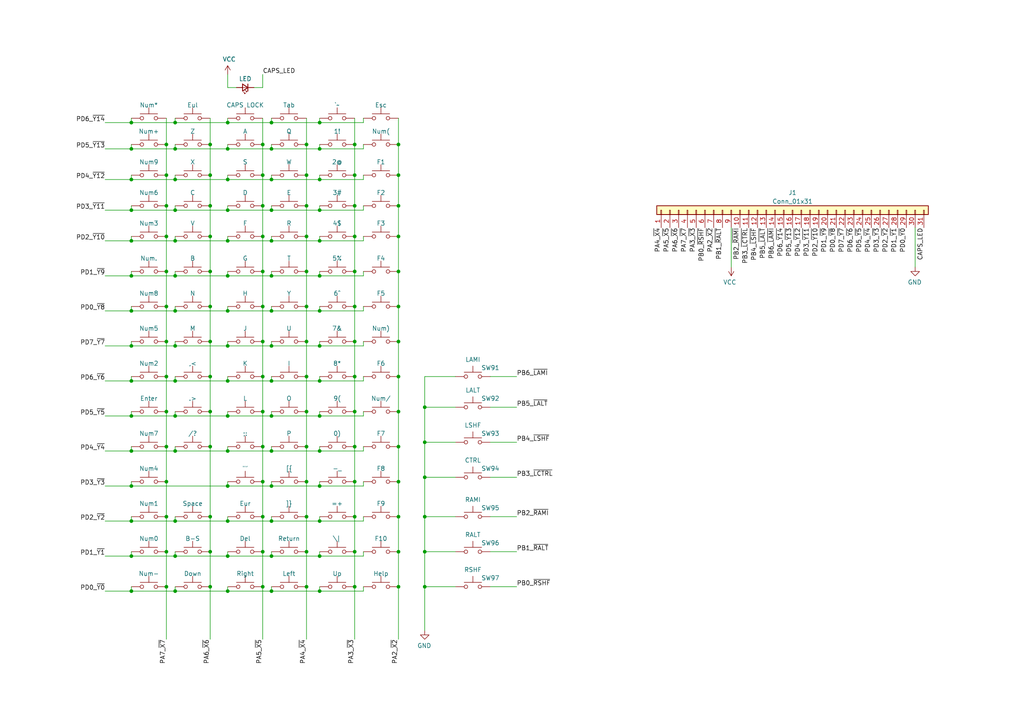
<source format=kicad_sch>
(kicad_sch (version 20230121) (generator eeschema)
  (paper "A4")
  (lib_symbols
    (symbol "Connector_Generic:Conn_01x31" (pin_names (offset 1.016) hide)
      (property "Reference" "J" (at 0 40.64 0))
      (property "Value" "Conn_01x31" (at 0 -40.64 0))
      (symbol "Conn_01x31_1_1"
        (pin passive line (at -5.08 38.1 0) (length 3.81) (name "Pin_1") (number "1"))
        (pin passive line (at -5.08 15.24 0) (length 3.81) (name "Pin_10") (number "10"))
        (pin passive line (at -5.08 12.7 0) (length 3.81) (name "Pin_11") (number "11"))
        (pin passive line (at -5.08 10.16 0) (length 3.81) (name "Pin_12") (number "12"))
        (pin passive line (at -5.08 7.62 0) (length 3.81) (name "Pin_13") (number "13"))
        (pin passive line (at -5.08 5.08 0) (length 3.81) (name "Pin_14") (number "14"))
        (pin passive line (at -5.08 2.54 0) (length 3.81) (name "Pin_15") (number "15"))
        (pin passive line (at -5.08 0 0) (length 3.81) (name "Pin_16") (number "16"))
        (pin passive line (at -5.08 -2.54 0) (length 3.81) (name "Pin_17") (number "17"))
        (pin passive line (at -5.08 -5.08 0) (length 3.81) (name "Pin_18") (number "18"))
        (pin passive line (at -5.08 -7.62 0) (length 3.81) (name "Pin_19") (number "19"))
        (pin passive line (at -5.08 35.56 0) (length 3.81) (name "Pin_2") (number "2"))
        (pin passive line (at -5.08 -10.16 0) (length 3.81) (name "Pin_20") (number "20"))
        (pin passive line (at -5.08 -12.7 0) (length 3.81) (name "Pin_21") (number "21"))
        (pin passive line (at -5.08 -15.24 0) (length 3.81) (name "Pin_22") (number "22"))
        (pin passive line (at -5.08 -17.78 0) (length 3.81) (name "Pin_23") (number "23"))
        (pin passive line (at -5.08 -20.32 0) (length 3.81) (name "Pin_24") (number "24"))
        (pin passive line (at -5.08 -22.86 0) (length 3.81) (name "Pin_25") (number "25"))
        (pin passive line (at -5.08 -25.4 0) (length 3.81) (name "Pin_26") (number "26"))
        (pin passive line (at -5.08 -27.94 0) (length 3.81) (name "Pin_27") (number "27"))
        (pin passive line (at -5.08 -30.48 0) (length 3.81) (name "Pin_28") (number "28"))
        (pin passive line (at -5.08 -33.02 0) (length 3.81) (name "Pin_29") (number "29"))
        (pin passive line (at -5.08 33.02 0) (length 3.81) (name "Pin_3") (number "3"))
        (pin passive line (at -5.08 -35.56 0) (length 3.81) (name "Pin_30") (number "30"))
        (pin passive line (at -5.08 -38.1 0) (length 3.81) (name "Pin_31") (number "31"))
        (pin passive line (at -5.08 30.48 0) (length 3.81) (name "Pin_4") (number "4"))
        (pin passive line (at -5.08 27.94 0) (length 3.81) (name "Pin_5") (number "5"))
        (pin passive line (at -5.08 25.4 0) (length 3.81) (name "Pin_6") (number "6"))
        (pin passive line (at -5.08 22.86 0) (length 3.81) (name "Pin_7") (number "7"))
        (pin passive line (at -5.08 20.32 0) (length 3.81) (name "Pin_8") (number "8"))
        (pin passive line (at -5.08 17.78 0) (length 3.81) (name "Pin_9") (number "9"))
      )
    )
    (symbol "Device:LED_Small" (pin_numbers hide) (pin_names (offset 0.254) hide)
      (property "Reference" "D" (at -1.27 3.175 0))
      (property "Value" "LED_Small" (at -4.445 -2.54 0))
      (symbol "LED_Small_1_1"
        (pin passive line (at -2.54 0 0) (length 1.778) (name "K") (number "1"))
        (pin passive line (at 2.54 0 180) (length 1.778) (name "A") (number "2"))
      )
    )
    (symbol "Switch:SW_Push" (pin_numbers hide) (pin_names (offset 1.016) hide)
      (property "Reference" "SW" (at 1.27 2.54 0))
      (property "Value" "SW_Push" (at 0 -1.524 0))
      (symbol "SW_Push_0_1"
        (pin passive line (at -5.08 0 0) (length 2.54) (name "1") (number "1"))
        (pin passive line (at 5.08 0 180) (length 2.54) (name "2") (number "2"))
      )
    )
    (symbol "power:GND" (power) (pin_names (offset 0))
      (property "Value" "GND" (at 0 -3.81 0))
      (symbol "GND_1_1"
        (pin power_in line (at 0 0 270) (length 0) hide (name "GND") (number "1"))
      )
    )
    (symbol "power:VCC" (power) (pin_names (offset 0))
      (property "Value" "VCC" (at 0 3.81 0))
      (symbol "VCC_1_1"
        (pin power_in line (at 0 0 90) (length 0) hide (name "VCC") (number "1"))
      )
    )
  )
  (junction (at 66.04 52.07))
  (junction (at 38.1 52.07))
  (junction (at 92.71 161.29))
  (junction (at 50.8 60.96))
  (junction (at 92.71 52.07))
  (junction (at 92.71 35.56))
  (junction (at 60.96 41.91))
  (junction (at 92.71 43.18))
  (junction (at 48.26 119.38))
  (junction (at 38.1 151.13))
  (junction (at 92.71 130.81))
  (junction (at 66.04 140.97))
  (junction (at 92.71 110.49))
  (junction (at 123.19 160.02))
  (junction (at 92.71 90.17))
  (junction (at 76.2 99.06))
  (junction (at 66.04 100.33))
  (junction (at 88.9 170.18))
  (junction (at 48.26 99.06))
  (junction (at 76.2 59.69))
  (junction (at 115.57 88.9))
  (junction (at 92.71 140.97))
  (junction (at 60.96 59.69))
  (junction (at 92.71 151.13))
  (junction (at 60.96 119.38))
  (junction (at 88.9 41.91))
  (junction (at 78.74 161.29))
  (junction (at 50.8 110.49))
  (junction (at 66.04 161.29))
  (junction (at 102.87 88.9))
  (junction (at 66.04 110.49))
  (junction (at 88.9 68.58))
  (junction (at 60.96 160.02))
  (junction (at 66.04 80.01))
  (junction (at 60.96 129.54))
  (junction (at 78.74 110.49))
  (junction (at 66.04 35.56))
  (junction (at 88.9 119.38))
  (junction (at 92.71 80.01))
  (junction (at 123.19 128.27))
  (junction (at 102.87 78.74))
  (junction (at 78.74 171.45))
  (junction (at 60.96 50.8))
  (junction (at 102.87 139.7))
  (junction (at 48.26 170.18))
  (junction (at 50.8 35.56))
  (junction (at 92.71 171.45))
  (junction (at 50.8 52.07))
  (junction (at 66.04 69.85))
  (junction (at 92.71 120.65))
  (junction (at 115.57 149.86))
  (junction (at 88.9 109.22))
  (junction (at 50.8 120.65))
  (junction (at 66.04 151.13))
  (junction (at 115.57 109.22))
  (junction (at 78.74 90.17))
  (junction (at 48.26 160.02))
  (junction (at 76.2 119.38))
  (junction (at 102.87 170.18))
  (junction (at 76.2 129.54))
  (junction (at 88.9 78.74))
  (junction (at 38.1 120.65))
  (junction (at 60.96 99.06))
  (junction (at 78.74 130.81))
  (junction (at 38.1 90.17))
  (junction (at 115.57 41.91))
  (junction (at 78.74 43.18))
  (junction (at 102.87 109.22))
  (junction (at 92.71 60.96))
  (junction (at 92.71 100.33))
  (junction (at 88.9 160.02))
  (junction (at 78.74 52.07))
  (junction (at 88.9 129.54))
  (junction (at 66.04 171.45))
  (junction (at 48.26 139.7))
  (junction (at 50.8 90.17))
  (junction (at 123.19 138.43))
  (junction (at 123.19 170.18))
  (junction (at 88.9 99.06))
  (junction (at 78.74 60.96))
  (junction (at 38.1 171.45))
  (junction (at 50.8 100.33))
  (junction (at 102.87 129.54))
  (junction (at 102.87 41.91))
  (junction (at 102.87 119.38))
  (junction (at 78.74 69.85))
  (junction (at 66.04 120.65))
  (junction (at 38.1 140.97))
  (junction (at 76.2 160.02))
  (junction (at 60.96 170.18))
  (junction (at 48.26 50.8))
  (junction (at 76.2 50.8))
  (junction (at 38.1 100.33))
  (junction (at 76.2 149.86))
  (junction (at 48.26 149.86))
  (junction (at 48.26 109.22))
  (junction (at 38.1 80.01))
  (junction (at 76.2 139.7))
  (junction (at 78.74 120.65))
  (junction (at 50.8 69.85))
  (junction (at 115.57 50.8))
  (junction (at 60.96 68.58))
  (junction (at 66.04 43.18))
  (junction (at 48.26 59.69))
  (junction (at 50.8 151.13))
  (junction (at 92.71 69.85))
  (junction (at 38.1 35.56))
  (junction (at 102.87 50.8))
  (junction (at 48.26 41.91))
  (junction (at 78.74 35.56))
  (junction (at 66.04 130.81))
  (junction (at 60.96 78.74))
  (junction (at 50.8 80.01))
  (junction (at 78.74 140.97))
  (junction (at 76.2 109.22))
  (junction (at 115.57 170.18))
  (junction (at 48.26 88.9))
  (junction (at 88.9 139.7))
  (junction (at 48.26 78.74))
  (junction (at 115.57 78.74))
  (junction (at 66.04 60.96))
  (junction (at 115.57 139.7))
  (junction (at 78.74 151.13))
  (junction (at 102.87 59.69))
  (junction (at 38.1 161.29))
  (junction (at 115.57 68.58))
  (junction (at 88.9 149.86))
  (junction (at 50.8 130.81))
  (junction (at 115.57 59.69))
  (junction (at 102.87 149.86))
  (junction (at 60.96 149.86))
  (junction (at 76.2 41.91))
  (junction (at 102.87 68.58))
  (junction (at 50.8 171.45))
  (junction (at 66.04 90.17))
  (junction (at 38.1 60.96))
  (junction (at 78.74 100.33))
  (junction (at 38.1 69.85))
  (junction (at 102.87 99.06))
  (junction (at 115.57 160.02))
  (junction (at 50.8 161.29))
  (junction (at 88.9 50.8))
  (junction (at 88.9 59.69))
  (junction (at 102.87 160.02))
  (junction (at 76.2 170.18))
  (junction (at 115.57 129.54))
  (junction (at 38.1 43.18))
  (junction (at 115.57 99.06))
  (junction (at 78.74 80.01))
  (junction (at 48.26 129.54))
  (junction (at 115.57 119.38))
  (junction (at 76.2 78.74))
  (junction (at 38.1 130.81))
  (junction (at 76.2 88.9))
  (junction (at 123.19 149.86))
  (junction (at 123.19 118.11))
  (junction (at 50.8 43.18))
  (junction (at 60.96 109.22))
  (junction (at 48.26 68.58))
  (junction (at 60.96 88.9))
  (junction (at 76.2 68.58))
  (junction (at 38.1 110.49))
  (junction (at 88.9 88.9))
  (wire (pts (xy 66.04 170.18) (xy 66.04 171.45)))
  (wire (pts (xy 38.1 90.17) (xy 38.1 88.9)))
  (wire (pts (xy 92.71 50.8) (xy 92.71 52.07)))
  (wire (pts (xy 50.8 68.58) (xy 50.8 69.85)))
  (wire (pts (xy 66.04 100.33) (xy 78.74 100.33)))
  (wire (pts (xy 66.04 130.81) (xy 78.74 130.81)))
  (wire (pts (xy 88.9 99.06) (xy 88.9 109.22)))
  (wire (pts (xy 149.86 149.86) (xy 142.24 149.86)))
  (wire (pts (xy 102.87 119.38) (xy 102.87 129.54)))
  (wire (pts (xy 66.04 52.07) (xy 78.74 52.07)))
  (wire (pts (xy 38.1 43.18) (xy 50.8 43.18)))
  (wire (pts (xy 30.48 100.33) (xy 38.1 100.33)))
  (wire (pts (xy 105.41 52.07) (xy 105.41 50.8)))
  (wire (pts (xy 105.41 90.17) (xy 105.41 88.9)))
  (wire (pts (xy 92.71 119.38) (xy 92.71 120.65)))
  (wire (pts (xy 132.08 149.86) (xy 123.19 149.86)))
  (wire (pts (xy 50.8 99.06) (xy 50.8 100.33)))
  (wire (pts (xy 38.1 110.49) (xy 50.8 110.49)))
  (wire (pts (xy 30.48 120.65) (xy 38.1 120.65)))
  (wire (pts (xy 60.96 109.22) (xy 60.96 119.38)))
  (wire (pts (xy 66.04 109.22) (xy 66.04 110.49)))
  (wire (pts (xy 38.1 43.18) (xy 38.1 41.91)))
  (wire (pts (xy 132.08 170.18) (xy 123.19 170.18)))
  (wire (pts (xy 115.57 109.22) (xy 115.57 119.38)))
  (wire (pts (xy 76.2 129.54) (xy 76.2 139.7)))
  (wire (pts (xy 66.04 68.58) (xy 66.04 69.85)))
  (wire (pts (xy 92.71 90.17) (xy 105.41 90.17)))
  (wire (pts (xy 78.74 140.97) (xy 92.71 140.97)))
  (wire (pts (xy 212.09 66.04) (xy 212.09 77.47)))
  (wire (pts (xy 92.71 35.56) (xy 105.41 35.56)))
  (wire (pts (xy 142.24 109.22) (xy 149.86 109.22)))
  (wire (pts (xy 115.57 78.74) (xy 115.57 88.9)))
  (wire (pts (xy 92.71 139.7) (xy 92.71 140.97)))
  (wire (pts (xy 48.26 59.69) (xy 48.26 68.58)))
  (wire (pts (xy 48.26 88.9) (xy 48.26 99.06)))
  (wire (pts (xy 66.04 80.01) (xy 78.74 80.01)))
  (wire (pts (xy 30.48 69.85) (xy 38.1 69.85)))
  (wire (pts (xy 149.86 160.02) (xy 142.24 160.02)))
  (wire (pts (xy 38.1 69.85) (xy 38.1 68.58)))
  (wire (pts (xy 66.04 129.54) (xy 66.04 130.81)))
  (wire (pts (xy 102.87 50.8) (xy 102.87 59.69)))
  (wire (pts (xy 92.71 99.06) (xy 92.71 100.33)))
  (wire (pts (xy 78.74 160.02) (xy 78.74 161.29)))
  (wire (pts (xy 123.19 118.11) (xy 123.19 128.27)))
  (wire (pts (xy 132.08 118.11) (xy 123.19 118.11)))
  (wire (pts (xy 50.8 35.56) (xy 66.04 35.56)))
  (wire (pts (xy 92.71 69.85) (xy 105.41 69.85)))
  (wire (pts (xy 102.87 149.86) (xy 102.87 160.02)))
  (wire (pts (xy 48.26 129.54) (xy 48.26 139.7)))
  (wire (pts (xy 66.04 41.91) (xy 66.04 43.18)))
  (wire (pts (xy 92.71 78.74) (xy 92.71 80.01)))
  (wire (pts (xy 38.1 35.56) (xy 50.8 35.56)))
  (wire (pts (xy 50.8 52.07) (xy 66.04 52.07)))
  (wire (pts (xy 78.74 50.8) (xy 78.74 52.07)))
  (wire (pts (xy 30.48 80.01) (xy 38.1 80.01)))
  (wire (pts (xy 66.04 34.29) (xy 66.04 35.56)))
  (wire (pts (xy 92.71 170.18) (xy 92.71 171.45)))
  (wire (pts (xy 123.19 128.27) (xy 123.19 138.43)))
  (wire (pts (xy 78.74 80.01) (xy 92.71 80.01)))
  (wire (pts (xy 30.48 60.96) (xy 38.1 60.96)))
  (wire (pts (xy 92.71 100.33) (xy 105.41 100.33)))
  (wire (pts (xy 30.48 151.13) (xy 38.1 151.13)))
  (wire (pts (xy 48.26 68.58) (xy 48.26 78.74)))
  (wire (pts (xy 78.74 119.38) (xy 78.74 120.65)))
  (wire (pts (xy 78.74 60.96) (xy 92.71 60.96)))
  (wire (pts (xy 66.04 161.29) (xy 78.74 161.29)))
  (wire (pts (xy 123.19 149.86) (xy 123.19 160.02)))
  (wire (pts (xy 78.74 151.13) (xy 92.71 151.13)))
  (wire (pts (xy 76.2 119.38) (xy 76.2 129.54)))
  (wire (pts (xy 60.96 50.8) (xy 60.96 59.69)))
  (wire (pts (xy 78.74 100.33) (xy 92.71 100.33)))
  (wire (pts (xy 115.57 34.29) (xy 115.57 41.91)))
  (wire (pts (xy 50.8 60.96) (xy 66.04 60.96)))
  (wire (pts (xy 149.86 138.43) (xy 142.24 138.43)))
  (wire (pts (xy 149.86 118.11) (xy 142.24 118.11)))
  (wire (pts (xy 88.9 149.86) (xy 88.9 139.7)))
  (wire (pts (xy 132.08 109.22) (xy 123.19 109.22)))
  (wire (pts (xy 66.04 160.02) (xy 66.04 161.29)))
  (wire (pts (xy 123.19 170.18) (xy 123.19 182.88)))
  (wire (pts (xy 66.04 69.85) (xy 78.74 69.85)))
  (wire (pts (xy 105.41 80.01) (xy 105.41 78.74)))
  (wire (pts (xy 78.74 161.29) (xy 92.71 161.29)))
  (wire (pts (xy 30.48 171.45) (xy 38.1 171.45)))
  (wire (pts (xy 50.8 151.13) (xy 66.04 151.13)))
  (wire (pts (xy 66.04 99.06) (xy 66.04 100.33)))
  (wire (pts (xy 102.87 139.7) (xy 102.87 149.86)))
  (wire (pts (xy 38.1 130.81) (xy 38.1 129.54)))
  (wire (pts (xy 50.8 149.86) (xy 50.8 151.13)))
  (wire (pts (xy 115.57 68.58) (xy 115.57 78.74)))
  (wire (pts (xy 115.57 139.7) (xy 115.57 149.86)))
  (wire (pts (xy 38.1 140.97) (xy 66.04 140.97)))
  (wire (pts (xy 78.74 130.81) (xy 92.71 130.81)))
  (wire (pts (xy 66.04 139.7) (xy 66.04 140.97)))
  (wire (pts (xy 48.26 149.86) (xy 48.26 160.02)))
  (wire (pts (xy 50.8 109.22) (xy 50.8 110.49)))
  (wire (pts (xy 115.57 59.69) (xy 115.57 68.58)))
  (wire (pts (xy 115.57 41.91) (xy 115.57 50.8)))
  (wire (pts (xy 88.9 88.9) (xy 88.9 99.06)))
  (wire (pts (xy 123.19 160.02) (xy 123.19 170.18)))
  (wire (pts (xy 78.74 149.86) (xy 78.74 151.13)))
  (wire (pts (xy 50.8 129.54) (xy 50.8 130.81)))
  (wire (pts (xy 60.96 41.91) (xy 60.96 50.8)))
  (wire (pts (xy 60.96 160.02) (xy 60.96 170.18)))
  (wire (pts (xy 78.74 129.54) (xy 78.74 130.81)))
  (wire (pts (xy 30.48 35.56) (xy 38.1 35.56)))
  (wire (pts (xy 78.74 41.91) (xy 78.74 43.18)))
  (wire (pts (xy 38.1 100.33) (xy 38.1 99.06)))
  (wire (pts (xy 105.41 43.18) (xy 105.41 41.91)))
  (wire (pts (xy 78.74 110.49) (xy 92.71 110.49)))
  (wire (pts (xy 30.48 90.17) (xy 38.1 90.17)))
  (wire (pts (xy 78.74 90.17) (xy 92.71 90.17)))
  (wire (pts (xy 38.1 80.01) (xy 38.1 78.74)))
  (wire (pts (xy 265.43 66.04) (xy 265.43 77.47)))
  (wire (pts (xy 60.96 170.18) (xy 60.96 185.42)))
  (wire (pts (xy 76.2 25.4) (xy 73.66 25.4)))
  (wire (pts (xy 92.71 171.45) (xy 105.41 171.45)))
  (wire (pts (xy 92.71 43.18) (xy 92.71 41.91)))
  (wire (pts (xy 30.48 43.18) (xy 38.1 43.18)))
  (wire (pts (xy 78.74 171.45) (xy 92.71 171.45)))
  (wire (pts (xy 92.71 161.29) (xy 105.41 161.29)))
  (wire (pts (xy 76.2 99.06) (xy 76.2 109.22)))
  (wire (pts (xy 50.8 43.18) (xy 66.04 43.18)))
  (wire (pts (xy 38.1 60.96) (xy 38.1 59.69)))
  (wire (pts (xy 50.8 35.56) (xy 50.8 34.29)))
  (wire (pts (xy 50.8 161.29) (xy 66.04 161.29)))
  (wire (pts (xy 78.74 59.69) (xy 78.74 60.96)))
  (wire (pts (xy 88.9 78.74) (xy 88.9 88.9)))
  (wire (pts (xy 48.26 170.18) (xy 48.26 185.42)))
  (wire (pts (xy 105.41 60.96) (xy 105.41 59.69)))
  (wire (pts (xy 88.9 170.18) (xy 88.9 160.02)))
  (wire (pts (xy 60.96 119.38) (xy 60.96 129.54)))
  (wire (pts (xy 132.08 160.02) (xy 123.19 160.02)))
  (wire (pts (xy 102.87 68.58) (xy 102.87 78.74)))
  (wire (pts (xy 66.04 43.18) (xy 78.74 43.18)))
  (wire (pts (xy 66.04 151.13) (xy 78.74 151.13)))
  (wire (pts (xy 88.9 34.29) (xy 88.9 41.91)))
  (wire (pts (xy 38.1 120.65) (xy 38.1 119.38)))
  (wire (pts (xy 38.1 52.07) (xy 38.1 50.8)))
  (wire (pts (xy 92.71 34.29) (xy 92.71 35.56)))
  (wire (pts (xy 76.2 88.9) (xy 76.2 99.06)))
  (wire (pts (xy 88.9 139.7) (xy 88.9 129.54)))
  (wire (pts (xy 50.8 69.85) (xy 66.04 69.85)))
  (wire (pts (xy 102.87 99.06) (xy 102.87 109.22)))
  (wire (pts (xy 38.1 161.29) (xy 38.1 160.02)))
  (wire (pts (xy 50.8 90.17) (xy 66.04 90.17)))
  (wire (pts (xy 38.1 69.85) (xy 50.8 69.85)))
  (wire (pts (xy 30.48 140.97) (xy 38.1 140.97)))
  (wire (pts (xy 50.8 160.02) (xy 50.8 161.29)))
  (wire (pts (xy 92.71 151.13) (xy 105.41 151.13)))
  (wire (pts (xy 38.1 171.45) (xy 38.1 170.18)))
  (wire (pts (xy 149.86 128.27) (xy 142.24 128.27)))
  (wire (pts (xy 78.74 109.22) (xy 78.74 110.49)))
  (wire (pts (xy 105.41 130.81) (xy 105.41 129.54)))
  (wire (pts (xy 78.74 35.56) (xy 92.71 35.56)))
  (wire (pts (xy 78.74 88.9) (xy 78.74 90.17)))
  (wire (pts (xy 132.08 128.27) (xy 123.19 128.27)))
  (wire (pts (xy 102.87 59.69) (xy 102.87 68.58)))
  (wire (pts (xy 105.41 120.65) (xy 105.41 119.38)))
  (wire (pts (xy 66.04 50.8) (xy 66.04 52.07)))
  (wire (pts (xy 92.71 88.9) (xy 92.71 90.17)))
  (wire (pts (xy 78.74 68.58) (xy 78.74 69.85)))
  (wire (pts (xy 92.71 129.54) (xy 92.71 130.81)))
  (wire (pts (xy 76.2 78.74) (xy 76.2 88.9)))
  (wire (pts (xy 76.2 170.18) (xy 76.2 185.42)))
  (wire (pts (xy 88.9 41.91) (xy 88.9 50.8)))
  (wire (pts (xy 115.57 88.9) (xy 115.57 99.06)))
  (wire (pts (xy 76.2 21.59) (xy 76.2 25.4)))
  (wire (pts (xy 38.1 161.29) (xy 50.8 161.29)))
  (wire (pts (xy 142.24 170.18) (xy 149.86 170.18)))
  (wire (pts (xy 78.74 52.07) (xy 92.71 52.07)))
  (wire (pts (xy 66.04 21.59) (xy 66.04 25.4)))
  (wire (pts (xy 76.2 149.86) (xy 76.2 160.02)))
  (wire (pts (xy 38.1 100.33) (xy 50.8 100.33)))
  (wire (pts (xy 38.1 35.56) (xy 38.1 34.29)))
  (wire (pts (xy 66.04 88.9) (xy 66.04 90.17)))
  (wire (pts (xy 76.2 59.69) (xy 76.2 68.58)))
  (wire (pts (xy 48.26 160.02) (xy 48.26 170.18)))
  (wire (pts (xy 105.41 151.13) (xy 105.41 149.86)))
  (wire (pts (xy 76.2 139.7) (xy 76.2 149.86)))
  (wire (pts (xy 38.1 52.07) (xy 50.8 52.07)))
  (wire (pts (xy 66.04 35.56) (xy 78.74 35.56)))
  (wire (pts (xy 105.41 110.49) (xy 105.41 109.22)))
  (wire (pts (xy 48.26 139.7) (xy 48.26 149.86)))
  (wire (pts (xy 105.41 161.29) (xy 105.41 160.02)))
  (wire (pts (xy 66.04 60.96) (xy 78.74 60.96)))
  (wire (pts (xy 92.71 130.81) (xy 105.41 130.81)))
  (wire (pts (xy 38.1 110.49) (xy 38.1 109.22)))
  (wire (pts (xy 92.71 140.97) (xy 105.41 140.97)))
  (wire (pts (xy 66.04 171.45) (xy 78.74 171.45)))
  (wire (pts (xy 66.04 25.4) (xy 68.58 25.4)))
  (wire (pts (xy 102.87 109.22) (xy 102.87 119.38)))
  (wire (pts (xy 30.48 161.29) (xy 38.1 161.29)))
  (wire (pts (xy 92.71 60.96) (xy 105.41 60.96)))
  (wire (pts (xy 66.04 140.97) (xy 78.74 140.97)))
  (wire (pts (xy 92.71 110.49) (xy 105.41 110.49)))
  (wire (pts (xy 60.96 78.74) (xy 60.96 88.9)))
  (wire (pts (xy 102.87 34.29) (xy 102.87 41.91)))
  (wire (pts (xy 92.71 160.02) (xy 92.71 161.29)))
  (wire (pts (xy 78.74 170.18) (xy 78.74 171.45)))
  (wire (pts (xy 88.9 129.54) (xy 88.9 119.38)))
  (wire (pts (xy 30.48 130.81) (xy 38.1 130.81)))
  (wire (pts (xy 102.87 160.02) (xy 102.87 170.18)))
  (wire (pts (xy 115.57 170.18) (xy 115.57 185.42)))
  (wire (pts (xy 30.48 110.49) (xy 38.1 110.49)))
  (wire (pts (xy 105.41 140.97) (xy 105.41 139.7)))
  (wire (pts (xy 50.8 130.81) (xy 66.04 130.81)))
  (wire (pts (xy 50.8 119.38) (xy 50.8 120.65)))
  (wire (pts (xy 123.19 109.22) (xy 123.19 118.11)))
  (wire (pts (xy 115.57 99.06) (xy 115.57 109.22)))
  (wire (pts (xy 66.04 119.38) (xy 66.04 120.65)))
  (wire (pts (xy 78.74 139.7) (xy 78.74 140.97)))
  (wire (pts (xy 48.26 109.22) (xy 48.26 119.38)))
  (wire (pts (xy 50.8 110.49) (xy 66.04 110.49)))
  (wire (pts (xy 76.2 50.8) (xy 76.2 59.69)))
  (wire (pts (xy 102.87 170.18) (xy 102.87 185.42)))
  (wire (pts (xy 78.74 43.18) (xy 92.71 43.18)))
  (wire (pts (xy 88.9 68.58) (xy 88.9 78.74)))
  (wire (pts (xy 92.71 149.86) (xy 92.71 151.13)))
  (wire (pts (xy 105.41 35.56) (xy 105.41 34.29)))
  (wire (pts (xy 48.26 119.38) (xy 48.26 129.54)))
  (wire (pts (xy 78.74 69.85) (xy 92.71 69.85)))
  (wire (pts (xy 60.96 129.54) (xy 60.96 149.86)))
  (wire (pts (xy 48.26 41.91) (xy 48.26 50.8)))
  (wire (pts (xy 50.8 50.8) (xy 50.8 52.07)))
  (wire (pts (xy 60.96 34.29) (xy 60.96 41.91)))
  (wire (pts (xy 105.41 100.33) (xy 105.41 99.06)))
  (wire (pts (xy 50.8 78.74) (xy 50.8 80.01)))
  (wire (pts (xy 50.8 170.18) (xy 50.8 171.45)))
  (wire (pts (xy 66.04 110.49) (xy 78.74 110.49)))
  (wire (pts (xy 78.74 78.74) (xy 78.74 80.01)))
  (wire (pts (xy 105.41 69.85) (xy 105.41 68.58)))
  (wire (pts (xy 88.9 109.22) (xy 88.9 119.38)))
  (wire (pts (xy 50.8 43.18) (xy 50.8 41.91)))
  (wire (pts (xy 66.04 120.65) (xy 78.74 120.65)))
  (wire (pts (xy 66.04 78.74) (xy 66.04 80.01)))
  (wire (pts (xy 92.71 68.58) (xy 92.71 69.85)))
  (wire (pts (xy 50.8 88.9) (xy 50.8 90.17)))
  (wire (pts (xy 115.57 160.02) (xy 115.57 170.18)))
  (wire (pts (xy 38.1 171.45) (xy 50.8 171.45)))
  (wire (pts (xy 88.9 59.69) (xy 88.9 68.58)))
  (wire (pts (xy 92.71 109.22) (xy 92.71 110.49)))
  (wire (pts (xy 48.26 99.06) (xy 48.26 109.22)))
  (wire (pts (xy 115.57 149.86) (xy 115.57 160.02)))
  (wire (pts (xy 38.1 60.96) (xy 50.8 60.96)))
  (wire (pts (xy 60.96 68.58) (xy 60.96 78.74)))
  (wire (pts (xy 102.87 41.91) (xy 102.87 50.8)))
  (wire (pts (xy 92.71 43.18) (xy 105.41 43.18)))
  (wire (pts (xy 92.71 52.07) (xy 105.41 52.07)))
  (wire (pts (xy 115.57 119.38) (xy 115.57 129.54)))
  (wire (pts (xy 92.71 59.69) (xy 92.71 60.96)))
  (wire (pts (xy 66.04 149.86) (xy 66.04 151.13)))
  (wire (pts (xy 102.87 129.54) (xy 102.87 139.7)))
  (wire (pts (xy 76.2 34.29) (xy 76.2 41.91)))
  (wire (pts (xy 50.8 59.69) (xy 50.8 60.96)))
  (wire (pts (xy 132.08 138.43) (xy 123.19 138.43)))
  (wire (pts (xy 50.8 171.45) (xy 66.04 171.45)))
  (wire (pts (xy 78.74 99.06) (xy 78.74 100.33)))
  (wire (pts (xy 115.57 129.54) (xy 115.57 139.7)))
  (wire (pts (xy 60.96 59.69) (xy 60.96 68.58)))
  (wire (pts (xy 38.1 90.17) (xy 50.8 90.17)))
  (wire (pts (xy 50.8 80.01) (xy 66.04 80.01)))
  (wire (pts (xy 88.9 185.42) (xy 88.9 170.18)))
  (wire (pts (xy 66.04 59.69) (xy 66.04 60.96)))
  (wire (pts (xy 48.26 78.74) (xy 48.26 88.9)))
  (wire (pts (xy 78.74 120.65) (xy 92.71 120.65)))
  (wire (pts (xy 48.26 50.8) (xy 48.26 59.69)))
  (wire (pts (xy 88.9 50.8) (xy 88.9 59.69)))
  (wire (pts (xy 50.8 100.33) (xy 66.04 100.33)))
  (wire (pts (xy 60.96 88.9) (xy 60.96 99.06)))
  (wire (pts (xy 78.74 35.56) (xy 78.74 34.29)))
  (wire (pts (xy 102.87 88.9) (xy 102.87 99.06)))
  (wire (pts (xy 38.1 80.01) (xy 50.8 80.01)))
  (wire (pts (xy 48.26 34.29) (xy 48.26 41.91)))
  (wire (pts (xy 38.1 140.97) (xy 38.1 139.7)))
  (wire (pts (xy 38.1 151.13) (xy 50.8 151.13)))
  (wire (pts (xy 38.1 120.65) (xy 50.8 120.65)))
  (wire (pts (xy 76.2 68.58) (xy 76.2 78.74)))
  (wire (pts (xy 66.04 90.17) (xy 78.74 90.17)))
  (wire (pts (xy 105.41 171.45) (xy 105.41 170.18)))
  (wire (pts (xy 38.1 151.13) (xy 38.1 149.86)))
  (wire (pts (xy 38.1 130.81) (xy 50.8 130.81)))
  (wire (pts (xy 50.8 120.65) (xy 66.04 120.65)))
  (wire (pts (xy 92.71 80.01) (xy 105.41 80.01)))
  (wire (pts (xy 92.71 120.65) (xy 105.41 120.65)))
  (wire (pts (xy 123.19 138.43) (xy 123.19 149.86)))
  (wire (pts (xy 60.96 99.06) (xy 60.96 109.22)))
  (wire (pts (xy 76.2 160.02) (xy 76.2 170.18)))
  (wire (pts (xy 102.87 78.74) (xy 102.87 88.9)))
  (wire (pts (xy 60.96 149.86) (xy 60.96 160.02)))
  (wire (pts (xy 76.2 109.22) (xy 76.2 119.38)))
  (wire (pts (xy 76.2 41.91) (xy 76.2 50.8)))
  (wire (pts (xy 30.48 52.07) (xy 38.1 52.07)))
  (wire (pts (xy 88.9 160.02) (xy 88.9 149.86)))
  (wire (pts (xy 115.57 50.8) (xy 115.57 59.69)))
  (label "PA2_~{X2}" (at 115.57 185.42 270))
  (label "PD3_~{Y11}" (at 30.48 60.96 180))
  (label "PA6_~{X6}" (at 196.85 66.04 270))
  (label "PB6_~{LAMI}" (at 149.86 109.22 0))
  (label "PD6_~{Y6}" (at 247.65 66.04 270))
  (label "PB5_~{LALT}" (at 149.86 118.11 0))
  (label "PA2_~{X2}" (at 207.01 66.04 270))
  (label "PA4_~{X4}" (at 88.9 185.42 270))
  (label "PD0_~{Y0}" (at 262.89 66.04 270))
  (label "PA7_~{X7}" (at 199.39 66.04 270))
  (label "PD6_~{Y14}" (at 227.33 66.04 270))
  (label "PD4_~{Y4}" (at 30.48 130.81 180))
  (label "PB3_~{LCTRL}" (at 217.17 66.04 270))
  (label "PD6_~{Y14}" (at 30.48 35.56 180))
  (label "CAPS_LED" (at 76.2 21.59 0))
  (label "PD4_~{Y12}" (at 30.48 52.07 180))
  (label "CAPS_LED" (at 267.97 66.04 270))
  (label "PA5_~{X5}" (at 194.31 66.04 270))
  (label "PA3_~{X3}" (at 102.87 185.42 270))
  (label "PD5_~{Y5}" (at 250.19 66.04 270))
  (label "PB4_~{LSHF}" (at 219.71 66.04 270))
  (label "PA6_~{X6}" (at 60.96 185.42 270))
  (label "PB1_~{RALT}" (at 209.55 66.04 270))
  (label "PD6_~{Y6}" (at 30.48 110.49 180))
  (label "PD1_~{Y1}" (at 260.35 66.04 270))
  (label "PA5_~{X5}" (at 76.2 185.42 270))
  (label "PD2_~{Y2}" (at 30.48 151.13 180))
  (label "PA7_~{X7}" (at 48.26 185.42 270))
  (label "PD3_~{Y11}" (at 234.95 66.04 270))
  (label "PD5_~{Y13}" (at 30.48 43.18 180))
  (label "PD1_~{Y1}" (at 30.48 161.29 180))
  (label "PB3_~{LCTRL}" (at 149.86 138.43 0))
  (label "PB2_~{RAMI}" (at 214.63 66.04 270))
  (label "PD0_~{Y0}" (at 30.48 171.45 180))
  (label "PA3_~{X3}" (at 201.93 66.04 270))
  (label "PB5_~{LALT}" (at 222.25 66.04 270))
  (label "PB6_~{LAMI}" (at 224.79 66.04 270))
  (label "PD1_~{Y9}" (at 240.03 66.04 270))
  (label "PB4_~{LSHF}" (at 149.86 128.27 0))
  (label "PD0_~{Y8}" (at 242.57 66.04 270))
  (label "PD3_~{Y3}" (at 255.27 66.04 270))
  (label "PB0_~{RSHF}" (at 149.86 170.18 0))
  (label "PD7_~{Y7}" (at 30.48 100.33 180))
  (label "PD4_~{Y4}" (at 252.73 66.04 270))
  (label "PD5_~{Y13}" (at 229.87 66.04 270))
  (label "PD2_~{Y2}" (at 257.81 66.04 270))
  (label "PD2_~{Y10}" (at 237.49 66.04 270))
  (label "PB0_~{RSHF}" (at 204.47 66.04 270))
  (label "PB2_~{RAMI}" (at 149.86 149.86 0))
  (label "PB1_~{RALT}" (at 149.86 160.02 0))
  (label "PD1_~{Y9}" (at 30.48 80.01 180))
  (label "PA4_~{X4}" (at 191.77 66.04 270))
  (label "PD2_~{Y10}" (at 30.48 69.85 180))
  (label "PD4_~{Y12}" (at 232.41 66.04 270))
  (label "PD5_~{Y5}" (at 30.48 120.65 180))
  (label "PD3_~{Y3}" (at 30.48 140.97 180))
  (label "PD7_~{Y7}" (at 245.11 66.04 270))
  (label "PD0_~{Y8}" (at 30.48 90.17 180))
  (symbol (lib_id "power:GND") (at 123.19 182.88 0) (mirror y) (unit 1)
    (property "Reference" "#PWR0101" (effects hide))
    (property "Value" "GND" (at 123.063 187.2742 0))
  )
  (symbol (lib_id "power:VCC") (at 66.04 21.59 0) (unit 1)
    (property "Reference" "#PWR0102" (effects hide))
    (property "Value" "VCC" (at 66.4718 17.1958 0))
  )
  (symbol (lib_id "Switch:SW_Push") (at 137.16 170.18 0) (mirror y) (unit 1)
    (property "Reference" "SW97" (at 142.24 167.64 0))
    (property "Value" "RSHF" (at 137.16 165.2524 0))
    (property "Footprint" "Amiga A500 Keyboard - Mitsumi Membrane:Amiga_Mitsumi_Key_Pad" (effects hide))
  )
  (symbol (lib_id "Switch:SW_Push") (at 137.16 160.02 0) (mirror y) (unit 1)
    (property "Reference" "SW96" (at 142.24 157.48 0))
    (property "Value" "RALT" (at 137.16 155.0924 0))
    (property "Footprint" "Amiga A500 Keyboard - Mitsumi Membrane:Amiga_Mitsumi_Key_Pad" (effects hide))
  )
  (symbol (lib_id "Switch:SW_Push") (at 137.16 149.86 0) (mirror y) (unit 1)
    (property "Reference" "SW95" (at 142.24 147.32 0))
    (property "Value" "RAMI" (at 137.16 144.9324 0))
    (property "Footprint" "Amiga A500 Keyboard - Mitsumi Membrane:Amiga_Mitsumi_Key_Pad" (effects hide))
  )
  (symbol (lib_id "Switch:SW_Push") (at 137.16 138.43 0) (mirror y) (unit 1)
    (property "Reference" "SW94" (at 142.24 135.89 0))
    (property "Value" "CTRL" (at 137.16 133.5024 0))
    (property "Footprint" "Amiga A500 Keyboard - Mitsumi Membrane:Amiga_Mitsumi_Key_Pad" (effects hide))
  )
  (symbol (lib_id "Switch:SW_Push") (at 137.16 128.27 0) (mirror y) (unit 1)
    (property "Reference" "SW93" (at 142.24 125.73 0))
    (property "Value" "LSHF" (at 137.16 123.3424 0))
    (property "Footprint" "Amiga A500 Keyboard - Mitsumi Membrane:Amiga_Mitsumi_Key_Pad" (effects hide))
  )
  (symbol (lib_id "Switch:SW_Push") (at 137.16 118.11 0) (mirror y) (unit 1)
    (property "Reference" "SW92" (at 142.24 115.57 0))
    (property "Value" "LALT" (at 137.16 113.1824 0))
    (property "Footprint" "Amiga A500 Keyboard - Mitsumi Membrane:Amiga_Mitsumi_Key_Pad" (effects hide))
  )
  (symbol (lib_id "Switch:SW_Push") (at 137.16 109.22 0) (mirror y) (unit 1)
    (property "Reference" "SW91" (at 142.24 106.68 0))
    (property "Value" "LAMI" (at 137.16 104.2924 0))
    (property "Footprint" "Amiga A500 Keyboard - Mitsumi Membrane:Amiga_Mitsumi_Key_Pad" (effects hide))
  )
  (symbol (lib_id "Switch:SW_Push") (at 43.18 34.29 0) (unit 1)
    (property "Reference" "SW1" (effects hide))
    (property "Value" "Num*" (at 43.18 30.48 0))
    (property "Footprint" "Amiga A500 Keyboard - Mitsumi Membrane:Amiga_Mitsumi_Key_Pad" (effects hide))
  )
  (symbol (lib_id "Switch:SW_Push") (at 43.18 41.91 0) (unit 1)
    (property "Reference" "SW2" (effects hide))
    (property "Value" "Num+" (at 43.18 38.1 0))
    (property "Footprint" "Amiga A500 Keyboard - Mitsumi Membrane:Amiga_Mitsumi_Key_Pad" (effects hide))
  )
  (symbol (lib_id "Switch:SW_Push") (at 55.88 34.29 0) (unit 1)
    (property "Reference" "SW16" (effects hide))
    (property "Value" "Eul" (at 55.88 30.48 0))
    (property "Footprint" "Amiga A500 Keyboard - Mitsumi Membrane:Amiga_Mitsumi_Key_Pad" (effects hide))
  )
  (symbol (lib_id "Switch:SW_Push") (at 43.18 50.8 0) (unit 1)
    (property "Reference" "SW3" (effects hide))
    (property "Value" "Num9" (at 43.18 46.99 0))
    (property "Footprint" "Amiga A500 Keyboard - Mitsumi Membrane:Amiga_Mitsumi_Key_Pad" (effects hide))
  )
  (symbol (lib_id "Switch:SW_Push") (at 43.18 59.69 0) (unit 1)
    (property "Reference" "SW4" (effects hide))
    (property "Value" "Num6" (at 43.18 55.88 0))
    (property "Footprint" "Amiga A500 Keyboard - Mitsumi Membrane:Amiga_Mitsumi_Key_Pad" (effects hide))
  )
  (symbol (lib_id "Switch:SW_Push") (at 43.18 68.58 0) (unit 1)
    (property "Reference" "SW5" (effects hide))
    (property "Value" "Num3" (at 43.18 64.77 0))
    (property "Footprint" "Amiga A500 Keyboard - Mitsumi Membrane:Amiga_Mitsumi_Key_Pad" (effects hide))
  )
  (symbol (lib_id "Switch:SW_Push") (at 43.18 78.74 0) (unit 1)
    (property "Reference" "SW6" (effects hide))
    (property "Value" "Num." (at 43.18 74.93 0))
    (property "Footprint" "Amiga A500 Keyboard - Mitsumi Membrane:Amiga_Mitsumi_Key_Pad" (effects hide))
  )
  (symbol (lib_id "Switch:SW_Push") (at 43.18 88.9 0) (unit 1)
    (property "Reference" "SW7" (effects hide))
    (property "Value" "Num8" (at 43.18 85.09 0))
    (property "Footprint" "Amiga A500 Keyboard - Mitsumi Membrane:Amiga_Mitsumi_Key_Pad" (effects hide))
  )
  (symbol (lib_id "Switch:SW_Push") (at 43.18 99.06 0) (unit 1)
    (property "Reference" "SW8" (effects hide))
    (property "Value" "Num5" (at 43.18 95.25 0))
    (property "Footprint" "Amiga A500 Keyboard - Mitsumi Membrane:Amiga_Mitsumi_Key_Pad" (effects hide))
  )
  (symbol (lib_id "Switch:SW_Push") (at 43.18 109.22 0) (unit 1)
    (property "Reference" "SW9" (effects hide))
    (property "Value" "Num2" (at 43.18 105.41 0))
    (property "Footprint" "Amiga A500 Keyboard - Mitsumi Membrane:Amiga_Mitsumi_Key_Pad" (effects hide))
  )
  (symbol (lib_id "Switch:SW_Push") (at 43.18 119.38 0) (unit 1)
    (property "Reference" "SW10" (effects hide))
    (property "Value" "Enter" (at 43.18 115.57 0))
    (property "Footprint" "Amiga A500 Keyboard - Mitsumi Membrane:Amiga_Mitsumi_Key_Pad" (effects hide))
  )
  (symbol (lib_id "Switch:SW_Push") (at 43.18 129.54 0) (unit 1)
    (property "Reference" "SW11" (effects hide))
    (property "Value" "Num7" (at 43.18 125.73 0))
    (property "Footprint" "Amiga A500 Keyboard - Mitsumi Membrane:Amiga_Mitsumi_Key_Pad" (effects hide))
  )
  (symbol (lib_id "Switch:SW_Push") (at 43.18 139.7 0) (unit 1)
    (property "Reference" "SW12" (effects hide))
    (property "Value" "Num4" (at 43.18 135.89 0))
    (property "Footprint" "Amiga A500 Keyboard - Mitsumi Membrane:Amiga_Mitsumi_Key_Pad" (effects hide))
  )
  (symbol (lib_id "Switch:SW_Push") (at 43.18 149.86 0) (unit 1)
    (property "Reference" "SW13" (effects hide))
    (property "Value" "Num1" (at 43.18 146.05 0))
    (property "Footprint" "Amiga A500 Keyboard - Mitsumi Membrane:Amiga_Mitsumi_Key_Pad" (effects hide))
  )
  (symbol (lib_id "Switch:SW_Push") (at 43.18 160.02 0) (unit 1)
    (property "Reference" "SW14" (effects hide))
    (property "Value" "Num0" (at 43.18 156.21 0))
    (property "Footprint" "Amiga A500 Keyboard - Mitsumi Membrane:Amiga_Mitsumi_Key_Pad" (effects hide))
  )
  (symbol (lib_id "Switch:SW_Push") (at 43.18 170.18 0) (unit 1)
    (property "Reference" "SW15" (effects hide))
    (property "Value" "Num-" (at 43.18 166.37 0))
    (property "Footprint" "Amiga A500 Keyboard - Mitsumi Membrane:Amiga_Mitsumi_Key_Pad" (effects hide))
  )
  (symbol (lib_id "Switch:SW_Push") (at 71.12 34.29 0) (unit 1)
    (property "Reference" "SW30" (effects hide))
    (property "Value" "CAPS LOCK" (at 71.12 30.48 0))
    (property "Footprint" "Amiga A500 Keyboard - Mitsumi Membrane:Amiga_Mitsumi_Key_Pad" (effects hide))
  )
  (symbol (lib_id "Switch:SW_Push") (at 83.82 34.29 0) (unit 1)
    (property "Reference" "SW45" (effects hide))
    (property "Value" "Tab" (at 83.82 30.48 0))
    (property "Footprint" "Amiga A500 Keyboard - Mitsumi Membrane:Amiga_Mitsumi_Key_Pad" (effects hide))
  )
  (symbol (lib_id "Switch:SW_Push") (at 55.88 41.91 0) (unit 1)
    (property "Reference" "SW17" (effects hide))
    (property "Value" "Z" (at 55.88 38.1 0))
    (property "Footprint" "Amiga A500 Keyboard - Mitsumi Membrane:Amiga_Mitsumi_Key_Pad" (effects hide))
  )
  (symbol (lib_id "Switch:SW_Push") (at 97.79 34.29 0) (unit 1)
    (property "Reference" "SW60" (effects hide))
    (property "Value" "`~" (at 97.79 30.48 0))
    (property "Footprint" "Amiga A500 Keyboard - Mitsumi Membrane:Amiga_Mitsumi_Key_Pad" (effects hide))
  )
  (symbol (lib_id "Switch:SW_Push") (at 110.49 34.29 0) (unit 1)
    (property "Reference" "SW75" (effects hide))
    (property "Value" "Esc" (at 110.49 30.48 0))
    (property "Footprint" "Amiga A500 Keyboard - Mitsumi Membrane:Amiga_Mitsumi_Key_Pad" (effects hide))
  )
  (symbol (lib_id "Switch:SW_Push") (at 71.12 41.91 0) (unit 1)
    (property "Reference" "SW31" (effects hide))
    (property "Value" "A" (at 71.12 38.1 0))
    (property "Footprint" "Amiga A500 Keyboard - Mitsumi Membrane:Amiga_Mitsumi_Key_Pad" (effects hide))
  )
  (symbol (lib_id "Switch:SW_Push") (at 83.82 41.91 0) (unit 1)
    (property "Reference" "SW46" (effects hide))
    (property "Value" "Q" (at 83.82 38.1 0))
    (property "Footprint" "Amiga A500 Keyboard - Mitsumi Membrane:Amiga_Mitsumi_Key_Pad" (effects hide))
  )
  (symbol (lib_id "Switch:SW_Push") (at 97.79 41.91 0) (unit 1)
    (property "Reference" "SW61" (effects hide))
    (property "Value" "1!" (at 97.79 38.1 0))
    (property "Footprint" "Amiga A500 Keyboard - Mitsumi Membrane:Amiga_Mitsumi_Key_Pad" (effects hide))
  )
  (symbol (lib_id "Switch:SW_Push") (at 110.49 41.91 0) (unit 1)
    (property "Reference" "SW76" (effects hide))
    (property "Value" "Num(" (at 110.49 38.1 0))
    (property "Footprint" "Amiga A500 Keyboard - Mitsumi Membrane:Amiga_Mitsumi_Key_Pad" (effects hide))
  )
  (symbol (lib_id "Switch:SW_Push") (at 55.88 50.8 0) (unit 1)
    (property "Reference" "SW18" (effects hide))
    (property "Value" "X" (at 55.88 46.99 0))
    (property "Footprint" "Amiga A500 Keyboard - Mitsumi Membrane:Amiga_Mitsumi_Key_Pad" (effects hide))
  )
  (symbol (lib_id "Switch:SW_Push") (at 71.12 50.8 0) (unit 1)
    (property "Reference" "SW32" (effects hide))
    (property "Value" "S" (at 71.12 46.99 0))
    (property "Footprint" "Amiga A500 Keyboard - Mitsumi Membrane:Amiga_Mitsumi_Key_Pad" (effects hide))
  )
  (symbol (lib_id "Switch:SW_Push") (at 83.82 50.8 0) (unit 1)
    (property "Reference" "SW47" (effects hide))
    (property "Value" "W" (at 83.82 46.99 0))
    (property "Footprint" "Amiga A500 Keyboard - Mitsumi Membrane:Amiga_Mitsumi_Key_Pad" (effects hide))
  )
  (symbol (lib_id "Switch:SW_Push") (at 97.79 50.8 0) (unit 1)
    (property "Reference" "SW62" (effects hide))
    (property "Value" "2@" (at 97.79 46.99 0))
    (property "Footprint" "Amiga A500 Keyboard - Mitsumi Membrane:Amiga_Mitsumi_Key_Pad" (effects hide))
  )
  (symbol (lib_id "Switch:SW_Push") (at 110.49 50.8 0) (unit 1)
    (property "Reference" "SW77" (effects hide))
    (property "Value" "F1" (at 110.49 46.99 0))
    (property "Footprint" "Amiga A500 Keyboard - Mitsumi Membrane:Amiga_Mitsumi_Key_Pad" (effects hide))
  )
  (symbol (lib_id "Switch:SW_Push") (at 55.88 59.69 0) (unit 1)
    (property "Reference" "SW19" (effects hide))
    (property "Value" "C" (at 55.88 55.88 0))
    (property "Footprint" "Amiga A500 Keyboard - Mitsumi Membrane:Amiga_Mitsumi_Key_Pad" (effects hide))
  )
  (symbol (lib_id "Switch:SW_Push") (at 55.88 68.58 0) (unit 1)
    (property "Reference" "SW20" (effects hide))
    (property "Value" "V" (at 55.88 64.77 0))
    (property "Footprint" "Amiga A500 Keyboard - Mitsumi Membrane:Amiga_Mitsumi_Key_Pad" (effects hide))
  )
  (symbol (lib_id "Switch:SW_Push") (at 55.88 78.74 0) (unit 1)
    (property "Reference" "SW21" (effects hide))
    (property "Value" "B" (at 55.88 74.93 0))
    (property "Footprint" "Amiga A500 Keyboard - Mitsumi Membrane:Amiga_Mitsumi_Key_Pad" (effects hide))
  )
  (symbol (lib_id "Switch:SW_Push") (at 55.88 88.9 0) (unit 1)
    (property "Reference" "SW22" (effects hide))
    (property "Value" "N" (at 55.88 85.09 0))
    (property "Footprint" "Amiga A500 Keyboard - Mitsumi Membrane:Amiga_Mitsumi_Key_Pad" (effects hide))
  )
  (symbol (lib_id "Switch:SW_Push") (at 55.88 99.06 0) (unit 1)
    (property "Reference" "SW23" (effects hide))
    (property "Value" "M" (at 55.88 95.25 0))
    (property "Footprint" "Amiga A500 Keyboard - Mitsumi Membrane:Amiga_Mitsumi_Key_Pad" (effects hide))
  )
  (symbol (lib_id "Switch:SW_Push") (at 55.88 109.22 0) (unit 1)
    (property "Reference" "SW24" (effects hide))
    (property "Value" ",<" (at 55.88 105.41 0))
    (property "Footprint" "Amiga A500 Keyboard - Mitsumi Membrane:Amiga_Mitsumi_Key_Pad" (effects hide))
  )
  (symbol (lib_id "Switch:SW_Push") (at 55.88 119.38 0) (unit 1)
    (property "Reference" "SW25" (effects hide))
    (property "Value" ".>" (at 55.88 115.57 0))
    (property "Footprint" "Amiga A500 Keyboard - Mitsumi Membrane:Amiga_Mitsumi_Key_Pad" (effects hide))
  )
  (symbol (lib_id "Switch:SW_Push") (at 55.88 129.54 0) (unit 1)
    (property "Reference" "SW26" (effects hide))
    (property "Value" "/?" (at 55.88 125.73 0))
    (property "Footprint" "Amiga A500 Keyboard - Mitsumi Membrane:Amiga_Mitsumi_Key_Pad" (effects hide))
  )
  (symbol (lib_id "Switch:SW_Push") (at 55.88 149.86 0) (unit 1)
    (property "Reference" "SW27" (effects hide))
    (property "Value" "Space" (at 55.88 146.05 0))
    (property "Footprint" "Amiga A500 Keyboard - Mitsumi Membrane:Amiga_Mitsumi_Key_Pad" (effects hide))
  )
  (symbol (lib_id "Switch:SW_Push") (at 55.88 160.02 0) (unit 1)
    (property "Reference" "SW28" (effects hide))
    (property "Value" "B-S" (at 55.88 156.21 0))
    (property "Footprint" "Amiga A500 Keyboard - Mitsumi Membrane:Amiga_Mitsumi_Key_Pad" (effects hide))
  )
  (symbol (lib_id "Switch:SW_Push") (at 55.88 170.18 0) (unit 1)
    (property "Reference" "SW29" (effects hide))
    (property "Value" "Down" (at 55.88 166.37 0))
    (property "Footprint" "Amiga A500 Keyboard - Mitsumi Membrane:Amiga_Mitsumi_Key_Pad" (effects hide))
  )
  (symbol (lib_id "Switch:SW_Push") (at 71.12 59.69 0) (unit 1)
    (property "Reference" "SW33" (effects hide))
    (property "Value" "D" (at 71.12 55.88 0))
    (property "Footprint" "Amiga A500 Keyboard - Mitsumi Membrane:Amiga_Mitsumi_Key_Pad" (effects hide))
  )
  (symbol (lib_id "Switch:SW_Push") (at 71.12 68.58 0) (unit 1)
    (property "Reference" "SW34" (effects hide))
    (property "Value" "F" (at 71.12 64.77 0))
    (property "Footprint" "Amiga A500 Keyboard - Mitsumi Membrane:Amiga_Mitsumi_Key_Pad" (effects hide))
  )
  (symbol (lib_id "Switch:SW_Push") (at 71.12 78.74 0) (unit 1)
    (property "Reference" "SW35" (effects hide))
    (property "Value" "G" (at 71.12 74.93 0))
    (property "Footprint" "Amiga A500 Keyboard - Mitsumi Membrane:Amiga_Mitsumi_Key_Pad" (effects hide))
  )
  (symbol (lib_id "Switch:SW_Push") (at 71.12 88.9 0) (unit 1)
    (property "Reference" "SW36" (effects hide))
    (property "Value" "H" (at 71.12 85.09 0))
    (property "Footprint" "Amiga A500 Keyboard - Mitsumi Membrane:Amiga_Mitsumi_Key_Pad" (effects hide))
  )
  (symbol (lib_id "Switch:SW_Push") (at 71.12 99.06 0) (unit 1)
    (property "Reference" "SW37" (effects hide))
    (property "Value" "J" (at 71.12 95.25 0))
    (property "Footprint" "Amiga A500 Keyboard - Mitsumi Membrane:Amiga_Mitsumi_Key_Pad" (effects hide))
  )
  (symbol (lib_id "Switch:SW_Push") (at 71.12 109.22 0) (unit 1)
    (property "Reference" "SW38" (effects hide))
    (property "Value" "K" (at 71.12 105.41 0))
    (property "Footprint" "Amiga A500 Keyboard - Mitsumi Membrane:Amiga_Mitsumi_Key_Pad" (effects hide))
  )
  (symbol (lib_id "Switch:SW_Push") (at 71.12 119.38 0) (unit 1)
    (property "Reference" "SW39" (effects hide))
    (property "Value" "L" (at 71.12 115.57 0))
    (property "Footprint" "Amiga A500 Keyboard - Mitsumi Membrane:Amiga_Mitsumi_Key_Pad" (effects hide))
  )
  (symbol (lib_id "Switch:SW_Push") (at 71.12 129.54 0) (unit 1)
    (property "Reference" "SW40" (effects hide))
    (property "Value" ";:" (at 71.12 125.73 0))
    (property "Footprint" "Amiga A500 Keyboard - Mitsumi Membrane:Amiga_Mitsumi_Key_Pad" (effects hide))
  )
  (symbol (lib_id "Switch:SW_Push") (at 71.12 139.7 0) (unit 1)
    (property "Reference" "SW41" (effects hide))
    (property "Value" "\"'" (at 71.12 135.89 0))
    (property "Footprint" "Amiga A500 Keyboard - Mitsumi Membrane:Amiga_Mitsumi_Key_Pad" (effects hide))
  )
  (symbol (lib_id "Switch:SW_Push") (at 71.12 149.86 0) (unit 1)
    (property "Reference" "SW42" (effects hide))
    (property "Value" "Eur" (at 71.12 146.05 0))
    (property "Footprint" "Amiga A500 Keyboard - Mitsumi Membrane:Amiga_Mitsumi_Key_Pad" (effects hide))
  )
  (symbol (lib_id "Switch:SW_Push") (at 71.12 160.02 0) (unit 1)
    (property "Reference" "SW43" (effects hide))
    (property "Value" "Del" (at 71.12 156.21 0))
    (property "Footprint" "Amiga A500 Keyboard - Mitsumi Membrane:Amiga_Mitsumi_Key_Pad" (effects hide))
  )
  (symbol (lib_id "Switch:SW_Push") (at 71.12 170.18 0) (unit 1)
    (property "Reference" "SW44" (effects hide))
    (property "Value" "Right" (at 71.12 166.37 0))
    (property "Footprint" "Amiga A500 Keyboard - Mitsumi Membrane:Amiga_Mitsumi_Key_Pad" (effects hide))
  )
  (symbol (lib_id "Switch:SW_Push") (at 83.82 170.18 0) (unit 1)
    (property "Reference" "SW59" (effects hide))
    (property "Value" "Left" (at 83.82 166.37 0))
    (property "Footprint" "Amiga A500 Keyboard - Mitsumi Membrane:Amiga_Mitsumi_Key_Pad" (effects hide))
  )
  (symbol (lib_id "Switch:SW_Push") (at 83.82 160.02 0) (unit 1)
    (property "Reference" "SW58" (effects hide))
    (property "Value" "Return" (at 83.82 156.21 0))
    (property "Footprint" "Amiga A500 Keyboard - Mitsumi Membrane:Amiga_Mitsumi_Key_Pad" (effects hide))
  )
  (symbol (lib_id "Switch:SW_Push") (at 83.82 149.86 0) (unit 1)
    (property "Reference" "SW57" (effects hide))
    (property "Value" "]}" (at 83.82 146.05 0))
    (property "Footprint" "Amiga A500 Keyboard - Mitsumi Membrane:Amiga_Mitsumi_Key_Pad" (effects hide))
  )
  (symbol (lib_id "Switch:SW_Push") (at 83.82 139.7 0) (unit 1)
    (property "Reference" "SW56" (effects hide))
    (property "Value" "[{" (at 83.82 135.89 0))
    (property "Footprint" "Amiga A500 Keyboard - Mitsumi Membrane:Amiga_Mitsumi_Key_Pad" (effects hide))
  )
  (symbol (lib_id "Switch:SW_Push") (at 83.82 129.54 0) (unit 1)
    (property "Reference" "SW55" (effects hide))
    (property "Value" "P" (at 83.82 125.73 0))
    (property "Footprint" "Amiga A500 Keyboard - Mitsumi Membrane:Amiga_Mitsumi_Key_Pad" (effects hide))
  )
  (symbol (lib_id "Switch:SW_Push") (at 83.82 119.38 0) (unit 1)
    (property "Reference" "SW54" (effects hide))
    (property "Value" "O" (at 83.82 115.57 0))
    (property "Footprint" "Amiga A500 Keyboard - Mitsumi Membrane:Amiga_Mitsumi_Key_Pad" (effects hide))
  )
  (symbol (lib_id "Switch:SW_Push") (at 83.82 109.22 0) (unit 1)
    (property "Reference" "SW53" (effects hide))
    (property "Value" "I" (at 83.82 105.41 0))
    (property "Footprint" "Amiga A500 Keyboard - Mitsumi Membrane:Amiga_Mitsumi_Key_Pad" (effects hide))
  )
  (symbol (lib_id "Switch:SW_Push") (at 83.82 99.06 0) (unit 1)
    (property "Reference" "SW52" (effects hide))
    (property "Value" "U" (at 83.82 95.25 0))
    (property "Footprint" "Amiga A500 Keyboard - Mitsumi Membrane:Amiga_Mitsumi_Key_Pad" (effects hide))
  )
  (symbol (lib_id "Switch:SW_Push") (at 83.82 88.9 0) (unit 1)
    (property "Reference" "SW51" (effects hide))
    (property "Value" "Y" (at 83.82 85.09 0))
    (property "Footprint" "Amiga A500 Keyboard - Mitsumi Membrane:Amiga_Mitsumi_Key_Pad" (effects hide))
  )
  (symbol (lib_id "Switch:SW_Push") (at 83.82 78.74 0) (unit 1)
    (property "Reference" "SW50" (effects hide))
    (property "Value" "T" (at 83.82 74.93 0))
    (property "Footprint" "Amiga A500 Keyboard - Mitsumi Membrane:Amiga_Mitsumi_Key_Pad" (effects hide))
  )
  (symbol (lib_id "Switch:SW_Push") (at 83.82 68.58 0) (unit 1)
    (property "Reference" "SW49" (effects hide))
    (property "Value" "R" (at 83.82 64.77 0))
    (property "Footprint" "Amiga A500 Keyboard - Mitsumi Membrane:Amiga_Mitsumi_Key_Pad" (effects hide))
  )
  (symbol (lib_id "Switch:SW_Push") (at 83.82 59.69 0) (unit 1)
    (property "Reference" "SW48" (effects hide))
    (property "Value" "E" (at 83.82 55.88 0))
    (property "Footprint" "Amiga A500 Keyboard - Mitsumi Membrane:Amiga_Mitsumi_Key_Pad" (effects hide))
  )
  (symbol (lib_id "Switch:SW_Push") (at 97.79 59.69 0) (unit 1)
    (property "Reference" "SW63" (effects hide))
    (property "Value" "3#" (at 97.79 55.88 0))
    (property "Footprint" "Amiga A500 Keyboard - Mitsumi Membrane:Amiga_Mitsumi_Key_Pad" (effects hide))
  )
  (symbol (lib_id "Switch:SW_Push") (at 97.79 68.58 0) (unit 1)
    (property "Reference" "SW64" (effects hide))
    (property "Value" "4$" (at 97.79 64.77 0))
    (property "Footprint" "Amiga A500 Keyboard - Mitsumi Membrane:Amiga_Mitsumi_Key_Pad" (effects hide))
  )
  (symbol (lib_id "Switch:SW_Push") (at 97.79 78.74 0) (unit 1)
    (property "Reference" "SW65" (effects hide))
    (property "Value" "5%" (at 97.79 74.93 0))
    (property "Footprint" "Amiga A500 Keyboard - Mitsumi Membrane:Amiga_Mitsumi_Key_Pad" (effects hide))
  )
  (symbol (lib_id "Switch:SW_Push") (at 97.79 88.9 0) (unit 1)
    (property "Reference" "SW66" (effects hide))
    (property "Value" "6^" (at 97.79 85.09 0))
    (property "Footprint" "Amiga A500 Keyboard - Mitsumi Membrane:Amiga_Mitsumi_Key_Pad" (effects hide))
  )
  (symbol (lib_id "Switch:SW_Push") (at 97.79 99.06 0) (unit 1)
    (property "Reference" "SW67" (effects hide))
    (property "Value" "7&" (at 97.79 95.25 0))
    (property "Footprint" "Amiga A500 Keyboard - Mitsumi Membrane:Amiga_Mitsumi_Key_Pad" (effects hide))
  )
  (symbol (lib_id "Switch:SW_Push") (at 97.79 109.22 0) (unit 1)
    (property "Reference" "SW68" (effects hide))
    (property "Value" "8*" (at 97.79 105.41 0))
    (property "Footprint" "Amiga A500 Keyboard - Mitsumi Membrane:Amiga_Mitsumi_Key_Pad" (effects hide))
  )
  (symbol (lib_id "Switch:SW_Push") (at 97.79 119.38 0) (unit 1)
    (property "Reference" "SW69" (effects hide))
    (property "Value" "9(" (at 97.79 115.57 0))
    (property "Footprint" "Amiga A500 Keyboard - Mitsumi Membrane:Amiga_Mitsumi_Key_Pad" (effects hide))
  )
  (symbol (lib_id "Switch:SW_Push") (at 97.79 129.54 0) (unit 1)
    (property "Reference" "SW70" (effects hide))
    (property "Value" "0)" (at 97.79 125.73 0))
    (property "Footprint" "Amiga A500 Keyboard - Mitsumi Membrane:Amiga_Mitsumi_Key_Pad" (effects hide))
  )
  (symbol (lib_id "Switch:SW_Push") (at 97.79 139.7 0) (unit 1)
    (property "Reference" "SW71" (effects hide))
    (property "Value" "-_" (at 97.79 135.89 0))
    (property "Footprint" "Amiga A500 Keyboard - Mitsumi Membrane:Amiga_Mitsumi_Key_Pad" (effects hide))
  )
  (symbol (lib_id "Switch:SW_Push") (at 97.79 149.86 0) (unit 1)
    (property "Reference" "SW72" (effects hide))
    (property "Value" "=+" (at 97.79 146.05 0))
    (property "Footprint" "Amiga A500 Keyboard - Mitsumi Membrane:Amiga_Mitsumi_Key_Pad" (effects hide))
  )
  (symbol (lib_id "Switch:SW_Push") (at 97.79 160.02 0) (unit 1)
    (property "Reference" "SW73" (effects hide))
    (property "Value" "\\|" (at 97.79 156.21 0))
    (property "Footprint" "Amiga A500 Keyboard - Mitsumi Membrane:Amiga_Mitsumi_Key_Pad" (effects hide))
  )
  (symbol (lib_id "Switch:SW_Push") (at 97.79 170.18 0) (unit 1)
    (property "Reference" "SW74" (effects hide))
    (property "Value" "Up" (at 97.79 166.37 0))
    (property "Footprint" "Amiga A500 Keyboard - Mitsumi Membrane:Amiga_Mitsumi_Key_Pad" (effects hide))
  )
  (symbol (lib_id "Switch:SW_Push") (at 110.49 170.18 0) (unit 1)
    (property "Reference" "SW89" (effects hide))
    (property "Value" "Help" (at 110.49 166.37 0))
    (property "Footprint" "Amiga A500 Keyboard - Mitsumi Membrane:Amiga_Mitsumi_Key_Pad" (effects hide))
  )
  (symbol (lib_id "Switch:SW_Push") (at 110.49 160.02 0) (unit 1)
    (property "Reference" "SW88" (effects hide))
    (property "Value" "F10" (at 110.49 156.21 0))
    (property "Footprint" "Amiga A500 Keyboard - Mitsumi Membrane:Amiga_Mitsumi_Key_Pad" (effects hide))
  )
  (symbol (lib_id "Switch:SW_Push") (at 110.49 149.86 0) (unit 1)
    (property "Reference" "SW87" (effects hide))
    (property "Value" "F9" (at 110.49 146.05 0))
    (property "Footprint" "Amiga A500 Keyboard - Mitsumi Membrane:Amiga_Mitsumi_Key_Pad" (effects hide))
  )
  (symbol (lib_id "Switch:SW_Push") (at 110.49 139.7 0) (unit 1)
    (property "Reference" "SW86" (effects hide))
    (property "Value" "F8" (at 110.49 135.89 0))
    (property "Footprint" "Amiga A500 Keyboard - Mitsumi Membrane:Amiga_Mitsumi_Key_Pad" (effects hide))
  )
  (symbol (lib_id "Switch:SW_Push") (at 110.49 129.54 0) (unit 1)
    (property "Reference" "SW85" (effects hide))
    (property "Value" "F7" (at 110.49 125.73 0))
    (property "Footprint" "Amiga A500 Keyboard - Mitsumi Membrane:Amiga_Mitsumi_Key_Pad" (effects hide))
  )
  (symbol (lib_id "Switch:SW_Push") (at 110.49 119.38 0) (unit 1)
    (property "Reference" "SW84" (effects hide))
    (property "Value" "Num/" (at 110.49 115.57 0))
    (property "Footprint" "Amiga A500 Keyboard - Mitsumi Membrane:Amiga_Mitsumi_Key_Pad" (effects hide))
  )
  (symbol (lib_id "Switch:SW_Push") (at 110.49 109.22 0) (unit 1)
    (property "Reference" "SW83" (effects hide))
    (property "Value" "F6" (at 110.49 105.41 0))
    (property "Footprint" "Amiga A500 Keyboard - Mitsumi Membrane:Amiga_Mitsumi_Key_Pad" (effects hide))
  )
  (symbol (lib_id "Switch:SW_Push") (at 110.49 99.06 0) (unit 1)
    (property "Reference" "SW82" (effects hide))
    (property "Value" "Num)" (at 110.49 95.25 0))
    (property "Footprint" "Amiga A500 Keyboard - Mitsumi Membrane:Amiga_Mitsumi_Key_Pad" (effects hide))
  )
  (symbol (lib_id "Switch:SW_Push") (at 110.49 88.9 0) (unit 1)
    (property "Reference" "SW81" (effects hide))
    (property "Value" "F5" (at 110.49 85.09 0))
    (property "Footprint" "Amiga A500 Keyboard - Mitsumi Membrane:Amiga_Mitsumi_Key_Pad" (effects hide))
  )
  (symbol (lib_id "Switch:SW_Push") (at 110.49 78.74 0) (unit 1)
    (property "Reference" "SW80" (effects hide))
    (property "Value" "F4" (at 110.49 74.93 0))
    (property "Footprint" "Amiga A500 Keyboard - Mitsumi Membrane:Amiga_Mitsumi_Key_Pad" (effects hide))
  )
  (symbol (lib_id "Switch:SW_Push") (at 110.49 68.58 0) (unit 1)
    (property "Reference" "SW79" (effects hide))
    (property "Value" "F3" (at 110.49 64.77 0))
    (property "Footprint" "Amiga A500 Keyboard - Mitsumi Membrane:Amiga_Mitsumi_Key_Pad" (effects hide))
  )
  (symbol (lib_id "Switch:SW_Push") (at 110.49 59.69 0) (unit 1)
    (property "Reference" "SW78" (effects hide))
    (property "Value" "F2" (at 110.49 55.88 0))
    (property "Footprint" "Amiga A500 Keyboard - Mitsumi Membrane:Amiga_Mitsumi_Key_Pad" (effects hide))
  )
  (symbol (lib_id "Device:LED_Small") (at 71.12 25.4 180) (unit 1)
    (property "Reference" "LED1" (effects hide))
    (property "Value" "LED" (at 71.12 22.86 0))
    (property "Footprint" "Amiga A500 Keyboard - Mitsumi Membrane:Amiga_Mitsumi_LED_Pad" (effects hide))
  )
  (symbol (lib_id "power:GND") (at 265.43 77.47 0) (mirror y) (unit 1)
    (property "Reference" "#PWR02" (effects hide))
    (property "Value" "GND" (at 265.303 81.8642 0))
  )
  (symbol (lib_id "power:VCC") (at 212.09 77.47 180) (unit 1)
    (property "Reference" "#PWR01" (effects hide))
    (property "Value" "VCC" (at 211.6582 81.8642 0))
  )
  (symbol (lib_id "Connector_Generic:Conn_01x31") (at 229.87 60.96 90) (unit 1)
    (property "Reference" "J1" (at 229.87 55.88 90))
    (property "Value" "Conn_01x31" (at 229.87 58.42 90))
    (property "Footprint" "Amiga A500 Keyboard - Mitsumi Membrane:A500 Mitsumi Keyboard Edge Connector" (effects hide))
  )
)
</source>
